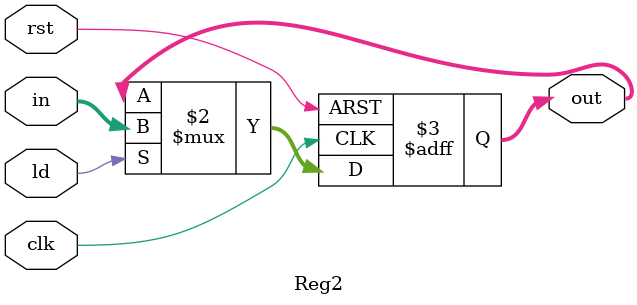
<source format=v>
`timescale 1ns/1ns
module Reg2(input clk, rst, ld, input [1:0] in, output reg [1:0] out);
	always @(posedge clk, posedge rst) begin
		if(rst) begin
			out <= 2'b0;
		end else begin
			out <= ld ? in : out;
		end
	end
endmodule





</source>
